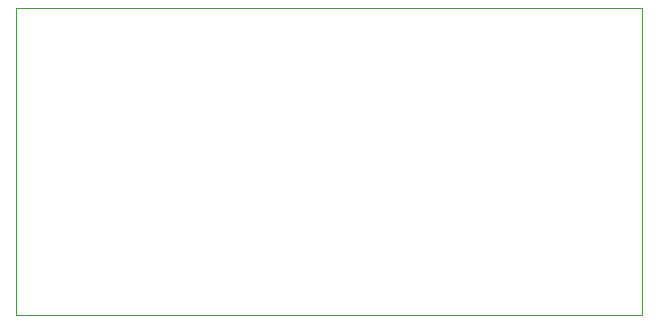
<source format=gm1>
G04 Layer_Color=16711935*
%FSAX25Y25*%
%MOIN*%
G70*
G01*
G75*
%ADD67C,0.00197*%
D67*
X0100000Y0100000D02*
X0308661D01*
Y0202362D01*
X0100000D02*
X0308661D01*
X0100000Y0100000D02*
Y0202362D01*
M02*

</source>
